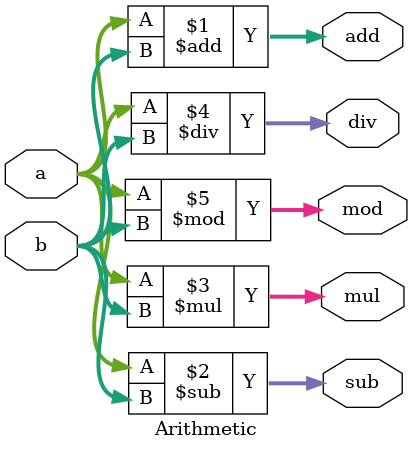
<source format=v>
module Arithmetic(add,sub,mul,div,mod,a,b);
	input [3:0]a,b;
	output [7:0]add,sub,mul,div,mod;
	assign add = a + b;
	assign sub = a - b;
	assign mul = a * b;
	assign div = a / b;
	assign mod = a % b;
endmodule

</source>
